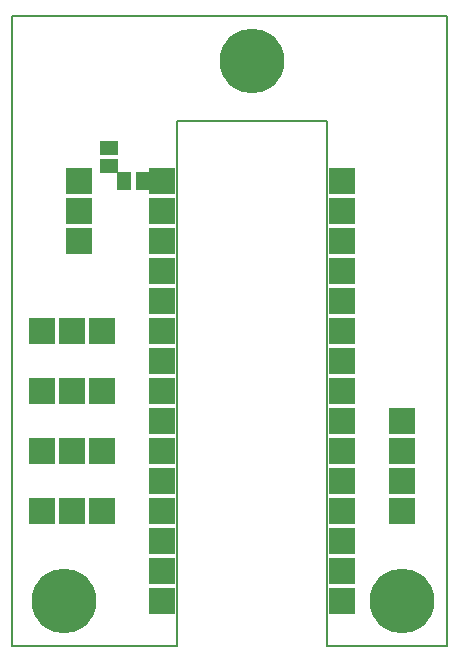
<source format=gts>
G04 FreePCB version 1.359*
G04 C:\SkyDrive\Files\freepcb_1200_bin\projects\Balance_Shield\CAM\top_solder_mask.grb*
G04 top solder mask layer *
G04 Scale: 100 percent, Rotated: No, Reflected: No *
%FSLAX24Y24*%
%MOIN*%
%LN top solder mask *%
G04 Rounded Rectangle Macro, params: W/2, H/2, R *
%AMRNDREC*
21,1,$1+$1,$2+$2-$3-$3,0,0,0*
21,1,$1+$1-$3-$3,$2+$2,0,0,0*
1,1,$3+$3,$1-$3,$2-$3*
1,1,$3+$3,$3-$1,$2-$3*
1,1,$3+$3,$1-$3,$3-$2*
1,1,$3+$3,$3-$1,$3-$2*%
G04 Rectangular Thermal Macro, params: W/2, H/2, T/2 *
%AMRECTHERM*
$4=$3/2*
21,1,$1-$3,$2-$3,0-$1/2-$4,0-$2/2-$4,0*
21,1,$1-$3,$2-$3,0-$1/2-$4,$2/2+$4,0*
21,1,$1-$3,$2-$3,$1/2+$4,0-$2/2-$4,0*
21,1,$1-$3,$2-$3,$1/2+$4,$2/2+$4,0*%
%ADD10C,0.005000*%
%ADD11R,0.086000X0.086000*%
%ADD12C,0.216000*%
%ADD13R,0.047496X0.063244*%
%ADD14R,0.063244X0.047496*%
G90*
G70D02*

G04 Step and Repeat for panelization *

G04 ----------------------- Draw board outline (positive)*
%LPD*%
G54D10*
G01X6500Y1000D02*
G01X6500Y17500D01*
G04 end of side 1*
G01X11500Y17500D01*
G04 end of side 2*
G01X11500Y1000D01*
G04 end of side 3*
G01X11500Y0D01*
G04 end of side 4*
G01X15500Y0D01*
G04 end of side 5*
G01X15500Y21000D01*
G04 end of side 6*
G01X1000Y21000D01*
G04 end of side 7*
G01X1000Y0D01*
G04 end of side 8*
G01X6500Y0D01*
G04 end of side 9*
G01X6500Y1000D01*

G04 -------------- Draw Parts, Pads, Traces, Vias and Text (positive)*
%LPD*%
G04 Draw part J2*
G54D11*
G01X6000Y1500D03*
G01X6000Y2500D03*
G01X6000Y3500D03*
G01X6000Y4500D03*
G01X6000Y5500D03*
G01X6000Y6500D03*
G01X6000Y7500D03*
G01X6000Y8500D03*
G01X6000Y9500D03*
G01X6000Y10500D03*
G01X6000Y11500D03*
G01X6000Y12500D03*
G01X6000Y13500D03*
G01X6000Y14500D03*
G01X6000Y15500D03*
G04 Draw part J3*
G01X12000Y1500D03*
G01X12000Y2500D03*
G01X12000Y3500D03*
G01X12000Y4500D03*
G01X12000Y5500D03*
G01X12000Y6500D03*
G01X12000Y7500D03*
G01X12000Y8500D03*
G01X12000Y9500D03*
G01X12000Y10500D03*
G01X12000Y11500D03*
G01X12000Y12500D03*
G01X12000Y13500D03*
G01X12000Y14500D03*
G01X12000Y15500D03*
G04 Draw part J4*
G01X2000Y4500D03*
G01X3000Y4500D03*
G01X4000Y4500D03*
G04 Draw part J5*
G01X2000Y6500D03*
G01X3000Y6500D03*
G01X4000Y6500D03*
G04 Draw part E1*
G54D12*
G01X2750Y1500D03*
G04 Draw part E2*
G01X9000Y19500D03*
G04 Draw part E3*
G01X14000Y1500D03*
G04 Draw part J6*
G54D11*
G01X3250Y13500D03*
G01X3250Y14500D03*
G01X3250Y15500D03*
G04 Draw part J7*
G01X2000Y8500D03*
G01X3000Y8500D03*
G01X4000Y8500D03*
G04 Draw part J8*
G01X2000Y10500D03*
G01X3000Y10500D03*
G01X4000Y10500D03*
G04 Draw part J9*
G01X14000Y4500D03*
G01X14000Y5500D03*
G01X14000Y6500D03*
G01X14000Y7500D03*
G04 Draw part R1*
G54D13*
G01X4750Y15500D03*
G01X5379Y15500D03*
G04 Draw part R2*
G54D14*
G01X4250Y16000D03*
G01X4250Y16629D03*

G04 Draw traces*

G04 Draw Text*

G04 Draw solder mask cutouts*
M00*
M02*

</source>
